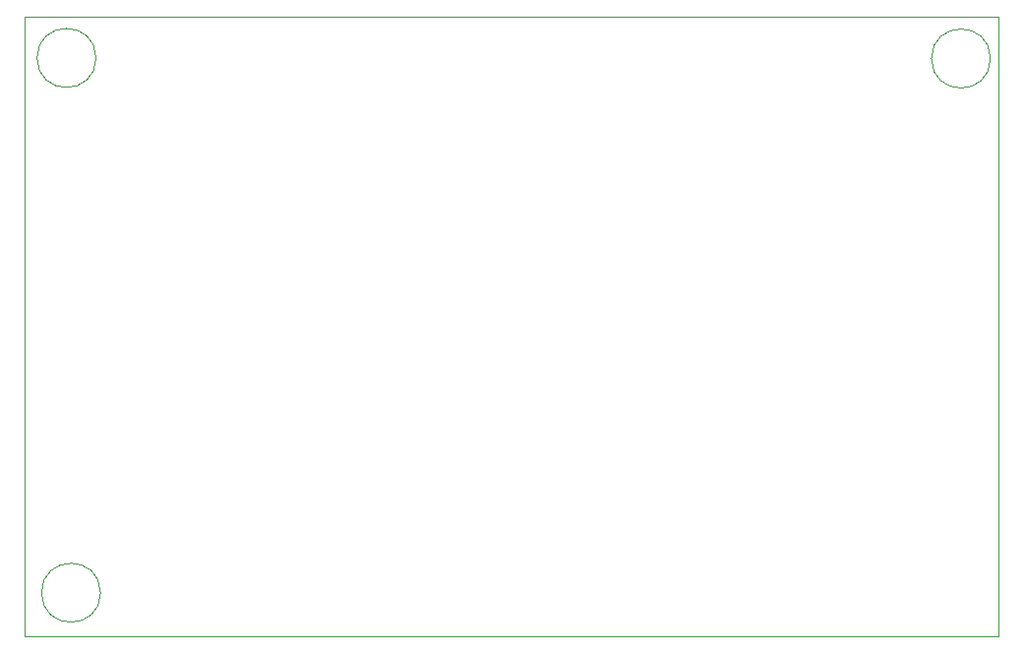
<source format=gbr>
%TF.GenerationSoftware,KiCad,Pcbnew,6.0.2+dfsg-1*%
%TF.CreationDate,2023-08-31T23:14:49-03:00*%
%TF.ProjectId,placa_alimentacao,706c6163-615f-4616-9c69-6d656e746163,rev?*%
%TF.SameCoordinates,Original*%
%TF.FileFunction,Profile,NP*%
%FSLAX46Y46*%
G04 Gerber Fmt 4.6, Leading zero omitted, Abs format (unit mm)*
G04 Created by KiCad (PCBNEW 6.0.2+dfsg-1) date 2023-08-31 23:14:49*
%MOMM*%
%LPD*%
G01*
G04 APERTURE LIST*
%TA.AperFunction,Profile*%
%ADD10C,0.100000*%
%TD*%
G04 APERTURE END LIST*
D10*
X102639266Y-22629266D02*
G75*
G03*
X102639266Y-22629266I-2540000J0D01*
G01*
X103022908Y-68673423D02*
G75*
G03*
X103022908Y-68673423I-2540000J0D01*
G01*
X96520000Y-19050000D02*
X180340000Y-19050000D01*
X180340000Y-19050000D02*
X180340000Y-72390000D01*
X180340000Y-72390000D02*
X96520000Y-72390000D01*
X96520000Y-72390000D02*
X96520000Y-19050000D01*
X179620150Y-22680994D02*
G75*
G03*
X179620150Y-22680994I-2540000J0D01*
G01*
M02*

</source>
